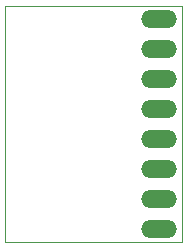
<source format=gbr>
%TF.GenerationSoftware,KiCad,Pcbnew,7.0.1*%
%TF.CreationDate,2023-08-30T00:37:42-03:00*%
%TF.ProjectId,PCB-MPU-9150,5043422d-4d50-4552-9d39-3135302e6b69,rev?*%
%TF.SameCoordinates,Original*%
%TF.FileFunction,Soldermask,Bot*%
%TF.FilePolarity,Negative*%
%FSLAX46Y46*%
G04 Gerber Fmt 4.6, Leading zero omitted, Abs format (unit mm)*
G04 Created by KiCad (PCBNEW 7.0.1) date 2023-08-30 00:37:42*
%MOMM*%
%LPD*%
G01*
G04 APERTURE LIST*
%ADD10O,3.016000X1.508000*%
%TA.AperFunction,Profile*%
%ADD11C,0.100000*%
%TD*%
G04 APERTURE END LIST*
D10*
%TO.C,P1*%
X167895238Y-41090000D03*
X167895238Y-43630000D03*
X167895238Y-46170000D03*
X167895238Y-48710000D03*
X167895238Y-51250000D03*
X167895238Y-53790000D03*
X167895238Y-56330000D03*
X167895238Y-58870000D03*
%TD*%
D11*
X154885238Y-60000000D02*
X154885238Y-40000000D01*
X169885238Y-60000000D02*
X169885238Y-40000000D01*
X154885238Y-54825000D02*
X154885238Y-45175000D01*
X154885238Y-40000000D02*
X169885238Y-40000000D01*
X154885238Y-60000000D02*
X169885238Y-60000000D01*
M02*

</source>
